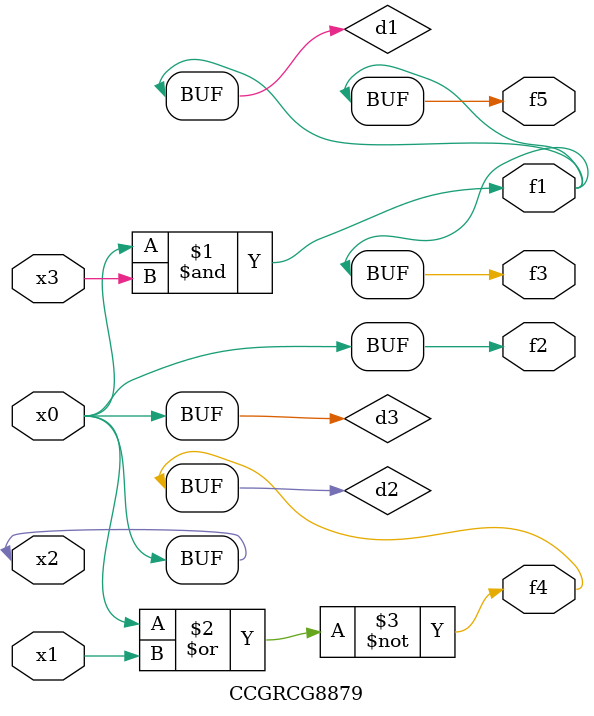
<source format=v>
module CCGRCG8879(
	input x0, x1, x2, x3,
	output f1, f2, f3, f4, f5
);

	wire d1, d2, d3;

	and (d1, x2, x3);
	nor (d2, x0, x1);
	buf (d3, x0, x2);
	assign f1 = d1;
	assign f2 = d3;
	assign f3 = d1;
	assign f4 = d2;
	assign f5 = d1;
endmodule

</source>
